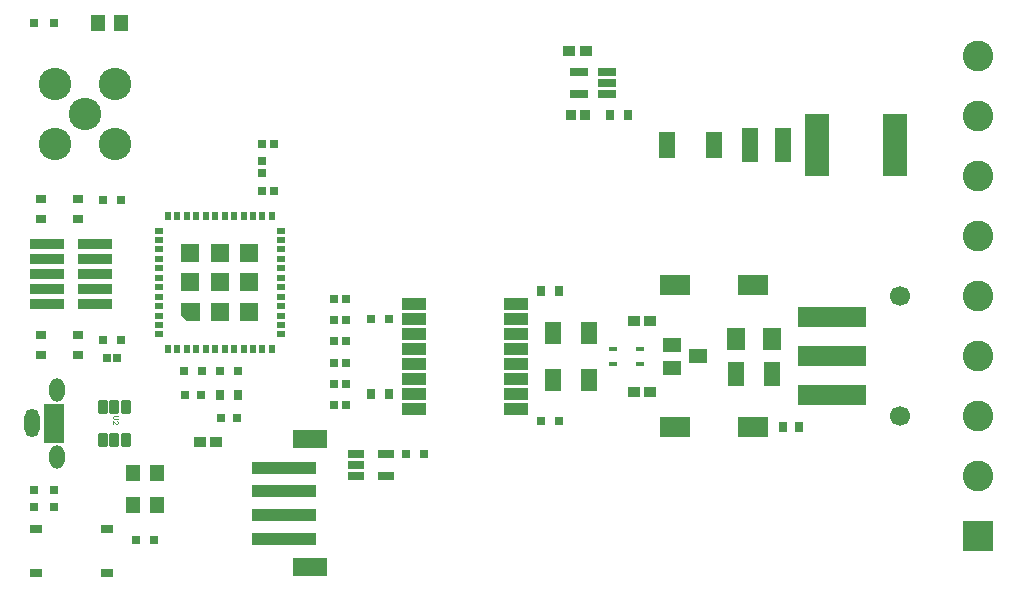
<source format=gts>
G04*
G04 #@! TF.GenerationSoftware,Altium Limited,Altium Designer,24.3.1 (35)*
G04*
G04 Layer_Color=8388736*
%FSLAX25Y25*%
%MOIN*%
G70*
G04*
G04 #@! TF.SameCoordinates,DD40E729-4839-4357-B32C-C6A01C06D7B0*
G04*
G04*
G04 #@! TF.FilePolarity,Negative*
G04*
G01*
G75*
%ADD18C,0.00236*%
%ADD19R,0.03150X0.02953*%
%ADD20R,0.03150X0.03543*%
%ADD21R,0.03150X0.03150*%
%ADD25R,0.07874X0.20866*%
%ADD27R,0.02631X0.02648*%
%ADD35R,0.02593X0.03197*%
%ADD36R,0.03937X0.02756*%
%ADD37R,0.03563X0.03568*%
%ADD38R,0.02559X0.02756*%
%ADD39R,0.05339X0.07316*%
%ADD40R,0.01968X0.03150*%
%ADD41R,0.03150X0.01968*%
%ADD42C,0.05512*%
%ADD43R,0.06299X0.06299*%
%ADD44R,0.06313X0.07505*%
%ADD45R,0.03963X0.03773*%
%ADD46R,0.04355X0.03773*%
%ADD47R,0.21654X0.03937*%
%ADD48R,0.11811X0.06299*%
%ADD49R,0.03150X0.01575*%
%ADD50R,0.04757X0.05756*%
%ADD54R,0.02648X0.02631*%
%ADD55R,0.04166X0.03591*%
%ADD56R,0.06706X0.02572*%
G04:AMPARAMS|DCode=57|XSize=31.62mil|YSize=47.37mil|CornerRadius=6.01mil|HoleSize=0mil|Usage=FLASHONLY|Rotation=0.000|XOffset=0mil|YOffset=0mil|HoleType=Round|Shape=RoundedRectangle|*
%AMROUNDEDRECTD57*
21,1,0.03162,0.03535,0,0,0.0*
21,1,0.01961,0.04737,0,0,0.0*
1,1,0.01202,0.00980,-0.01768*
1,1,0.01202,-0.00980,-0.01768*
1,1,0.01202,-0.00980,0.01768*
1,1,0.01202,0.00980,0.01768*
%
%ADD57ROUNDEDRECTD57*%
%ADD58R,0.03261X0.03064*%
%ADD59R,0.06000X0.03000*%
%ADD60R,0.08280X0.04343*%
%ADD61R,0.10446X0.07099*%
%ADD62R,0.06312X0.04737*%
%ADD63R,0.11784X0.03713*%
%ADD64R,0.05328X0.11430*%
%ADD65R,0.05721X0.07887*%
%ADD66R,0.02953X0.02756*%
%ADD67R,0.05800X0.09068*%
%ADD68R,0.05721X0.02769*%
%ADD69R,0.22847X0.07099*%
%ADD70O,0.05131X0.09461*%
%ADD71O,0.05131X0.07887*%
%ADD72C,0.10249*%
%ADD73R,0.10249X0.10249*%
%ADD74C,0.06693*%
%ADD75C,0.10800*%
G36*
X-453937Y116969D02*
X-458268D01*
X-460236Y118937D01*
Y123268D01*
X-453937D01*
Y116969D01*
D02*
G37*
D18*
X-481367Y85453D02*
X-482679D01*
X-482941Y85190D01*
Y84666D01*
X-482679Y84403D01*
X-481367D01*
X-482941Y82829D02*
Y83878D01*
X-481891Y82829D01*
X-481629D01*
X-481367Y83091D01*
Y83616D01*
X-481629Y83878D01*
D19*
X-340197Y83701D02*
D03*
X-334291D02*
D03*
X-396732Y117854D02*
D03*
X-390827D02*
D03*
X-379213Y72835D02*
D03*
X-385118D02*
D03*
X-469173Y43976D02*
D03*
X-475079D02*
D03*
X-480197Y157331D02*
D03*
X-486102D02*
D03*
X-480197Y110709D02*
D03*
X-486102D02*
D03*
X-459134Y100472D02*
D03*
X-453228D02*
D03*
X-441221D02*
D03*
X-447126D02*
D03*
D20*
X-334291Y127008D02*
D03*
X-340197D02*
D03*
X-390827Y92854D02*
D03*
X-396732D02*
D03*
X-317165Y185630D02*
D03*
X-311260D02*
D03*
X-441221Y92598D02*
D03*
X-447126D02*
D03*
D21*
X-502658Y216575D02*
D03*
X-509154D02*
D03*
X-502658Y60866D02*
D03*
X-509154D02*
D03*
X-502658Y55118D02*
D03*
X-509154D02*
D03*
D25*
X-248268Y175906D02*
D03*
X-222284D02*
D03*
D27*
X-429322Y176260D02*
D03*
X-433276D02*
D03*
X-429322Y160512D02*
D03*
X-433276D02*
D03*
X-409221Y124488D02*
D03*
X-405267D02*
D03*
Y110315D02*
D03*
X-409221D02*
D03*
X-405267Y103228D02*
D03*
X-409221D02*
D03*
Y96142D02*
D03*
X-405267D02*
D03*
X-409221Y117402D02*
D03*
X-405267D02*
D03*
X-409221Y89055D02*
D03*
X-405267D02*
D03*
D35*
X-259436Y81732D02*
D03*
X-254107D02*
D03*
D36*
X-508543Y47756D02*
D03*
X-484921D02*
D03*
X-508543Y33189D02*
D03*
X-484921D02*
D03*
D37*
X-325628Y185630D02*
D03*
X-330357D02*
D03*
D38*
X-458839Y92598D02*
D03*
X-453524D02*
D03*
X-441516Y84724D02*
D03*
X-446831D02*
D03*
D39*
X-324267Y97480D02*
D03*
X-336284D02*
D03*
Y113228D02*
D03*
X-324267D02*
D03*
D40*
X-464567Y107717D02*
D03*
X-461417D02*
D03*
X-458268D02*
D03*
X-455118D02*
D03*
X-451968D02*
D03*
X-448819D02*
D03*
X-445669D02*
D03*
X-442520D02*
D03*
X-439370D02*
D03*
X-436221D02*
D03*
X-433071D02*
D03*
X-429921D02*
D03*
Y152205D02*
D03*
X-433071D02*
D03*
X-436221D02*
D03*
X-439370D02*
D03*
X-442520D02*
D03*
X-445669D02*
D03*
X-448819D02*
D03*
X-451968D02*
D03*
X-455118D02*
D03*
X-458268D02*
D03*
X-461417D02*
D03*
X-464567D02*
D03*
D41*
X-426772Y112638D02*
D03*
Y115787D02*
D03*
Y118937D02*
D03*
Y122087D02*
D03*
Y125236D02*
D03*
Y128386D02*
D03*
Y131535D02*
D03*
Y134685D02*
D03*
Y137835D02*
D03*
Y140984D02*
D03*
Y144134D02*
D03*
Y147283D02*
D03*
X-467717D02*
D03*
Y144134D02*
D03*
Y140984D02*
D03*
Y137835D02*
D03*
Y134685D02*
D03*
Y131535D02*
D03*
Y128386D02*
D03*
Y125236D02*
D03*
Y122087D02*
D03*
Y118937D02*
D03*
Y115787D02*
D03*
Y112638D02*
D03*
D42*
X-457087Y120118D02*
D03*
D43*
Y129961D02*
D03*
Y139803D02*
D03*
X-447244Y120118D02*
D03*
Y129961D02*
D03*
Y139803D02*
D03*
X-437402Y120118D02*
D03*
Y129961D02*
D03*
Y139803D02*
D03*
D44*
X-275159Y111260D02*
D03*
X-263345D02*
D03*
D45*
X-330850Y207205D02*
D03*
X-325134D02*
D03*
D46*
X-448637Y76850D02*
D03*
X-453961D02*
D03*
D47*
X-426024Y68228D02*
D03*
Y60354D02*
D03*
Y52480D02*
D03*
Y44606D02*
D03*
D48*
X-417165Y35157D02*
D03*
Y77677D02*
D03*
D49*
X-316260Y107913D02*
D03*
Y102795D02*
D03*
X-307205D02*
D03*
Y107913D02*
D03*
D50*
X-480071Y216614D02*
D03*
X-487961D02*
D03*
X-468181Y55630D02*
D03*
X-476071D02*
D03*
X-468181Y66614D02*
D03*
X-476071D02*
D03*
D54*
X-433276Y170363D02*
D03*
Y166409D02*
D03*
D55*
X-309358Y93543D02*
D03*
X-304028D02*
D03*
Y117165D02*
D03*
X-309358D02*
D03*
D56*
X-502441Y88071D02*
D03*
Y85512D02*
D03*
Y82953D02*
D03*
Y80394D02*
D03*
Y77835D02*
D03*
D57*
X-486181Y77539D02*
D03*
Y88366D02*
D03*
X-478701Y77539D02*
D03*
X-482441D02*
D03*
Y88366D02*
D03*
X-478701D02*
D03*
D58*
X-506860Y157628D02*
D03*
X-494557Y157626D02*
D03*
Y151035D02*
D03*
X-506860Y151033D02*
D03*
X-494557Y105758D02*
D03*
X-506860Y105760D02*
D03*
Y112350D02*
D03*
X-494557Y112352D02*
D03*
D59*
X-327435Y192796D02*
D03*
Y200196D02*
D03*
X-318235D02*
D03*
Y196496D02*
D03*
Y192796D02*
D03*
D60*
X-348425Y122854D02*
D03*
Y117854D02*
D03*
Y112854D02*
D03*
Y107854D02*
D03*
Y102854D02*
D03*
Y97854D02*
D03*
Y92854D02*
D03*
Y87854D02*
D03*
X-382677D02*
D03*
Y92854D02*
D03*
Y97854D02*
D03*
Y102854D02*
D03*
Y107854D02*
D03*
Y112854D02*
D03*
Y117854D02*
D03*
Y122854D02*
D03*
D61*
X-295630Y81732D02*
D03*
X-269646D02*
D03*
X-295630Y128976D02*
D03*
X-269646D02*
D03*
D62*
X-288032Y105354D02*
D03*
X-296693Y101614D02*
D03*
Y109095D02*
D03*
D63*
X-488878Y142677D02*
D03*
Y137677D02*
D03*
Y132677D02*
D03*
Y127677D02*
D03*
Y122677D02*
D03*
X-504902D02*
D03*
Y127677D02*
D03*
Y132677D02*
D03*
Y137677D02*
D03*
Y142677D02*
D03*
D64*
X-270413Y175906D02*
D03*
X-259587D02*
D03*
D65*
X-263248Y99449D02*
D03*
X-275256D02*
D03*
D66*
X-481476Y104803D02*
D03*
X-484823D02*
D03*
D67*
X-298209Y175906D02*
D03*
X-282579D02*
D03*
D68*
X-401850Y72835D02*
D03*
Y69095D02*
D03*
Y65354D02*
D03*
X-392008D02*
D03*
Y72835D02*
D03*
D69*
X-243268Y92362D02*
D03*
Y105354D02*
D03*
Y118347D02*
D03*
D70*
X-509921Y82953D02*
D03*
D71*
X-501457Y71929D02*
D03*
Y93976D02*
D03*
D72*
X-194724Y105354D02*
D03*
Y205354D02*
D03*
Y185354D02*
D03*
Y165354D02*
D03*
Y145354D02*
D03*
Y125354D02*
D03*
Y85354D02*
D03*
Y65354D02*
D03*
D73*
Y45354D02*
D03*
D74*
X-220551Y85354D02*
D03*
Y125354D02*
D03*
D75*
X-492205Y186063D02*
D03*
X-502205Y196063D02*
D03*
X-482205D02*
D03*
Y176063D02*
D03*
X-502205D02*
D03*
M02*

</source>
